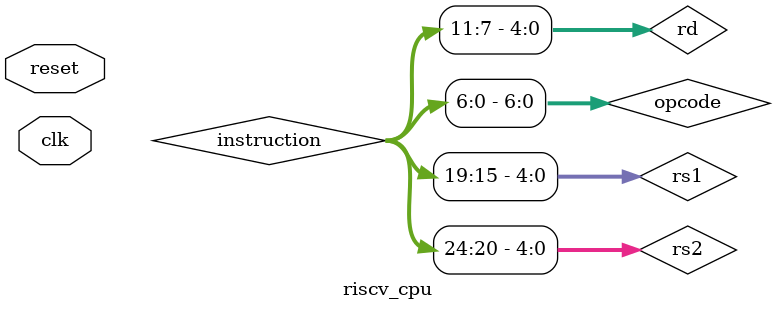
<source format=v>
`timescale 1ns / 1ps


module riscv_cpu (
    input clk,
    input reset
);
    // PC wires
    wire [31:0] pc, pc_next;
    wire [31:0] instruction;

    // Instruction fields
    wire [6:0] opcode = instruction[6:0];
    wire [4:0] rd     = instruction[11:7];
    wire [2:0] funct3 = instruction[14:12];
    wire [4:0] rs1    = instruction[19:15];
    wire [4:0] rs2    = instruction[24:20];
    wire [6:0] funct7 = instruction[31:25];

    // Register file wires
    wire [31:0] reg_data1, reg_data2;

    // Immediate
    wire [31:0] imm;

    // Control signals
    wire alu_src, mem_to_reg, reg_write, mem_read, mem_write, branch;
    wire [1:0] alu_op;

    // ALU
    wire [31:0] alu_input2, alu_result;
    wire [3:0] alu_ctrl;
    wire zero_flag;

    // Data memory
    wire [31:0] mem_read_data;

    // PC Logic
    assign pc_next = (branch && zero_flag) ? pc + (imm << 1) : pc + 4;

    // Modules
    program_counter PC (
        .clk(clk), .reset(reset), .pc_next(pc_next), .pc(pc)
    );

    instruction_memory IMEM (
        .address(pc), .instruction(instruction)
    );

    control_unit CU (
        .opcode(opcode),
        .alu_src(alu_src), .mem_to_reg(mem_to_reg), .reg_write(reg_write),
        .mem_read(mem_read), .mem_write(mem_write), .branch(branch),
        .alu_op(alu_op)
    );

    register_file RF (
        .clk(clk), .rs1(rs1), .rs2(rs2), .rd(rd),
        .wd(mem_to_reg ? mem_read_data : alu_result),
        .reg_write(reg_write),
        .rd1(reg_data1), .rd2(reg_data2)
    );

    imm_generator IMMGEN (
        .instruction(instruction), .imm_out(imm)
    );

    alu_control ALUCTRL (
        .alu_op(alu_op), .funct3(funct3), .funct7_bit(funct7[5]), .alu_ctrl(alu_ctrl)
    );

    assign alu_input2 = (alu_src) ? imm : reg_data2;

    alu ALU (
        .a(reg_data1), .b(alu_input2), .alu_control(alu_ctrl),
        .result(alu_result), .zero(zero_flag)
    );

    data_memory DMEM (
        .clk(clk), .mem_read(mem_read), .mem_write(mem_write),
        .addr(alu_result), .write_data(reg_data2),
        .read_data(mem_read_data)
    );

endmodule
</source>
